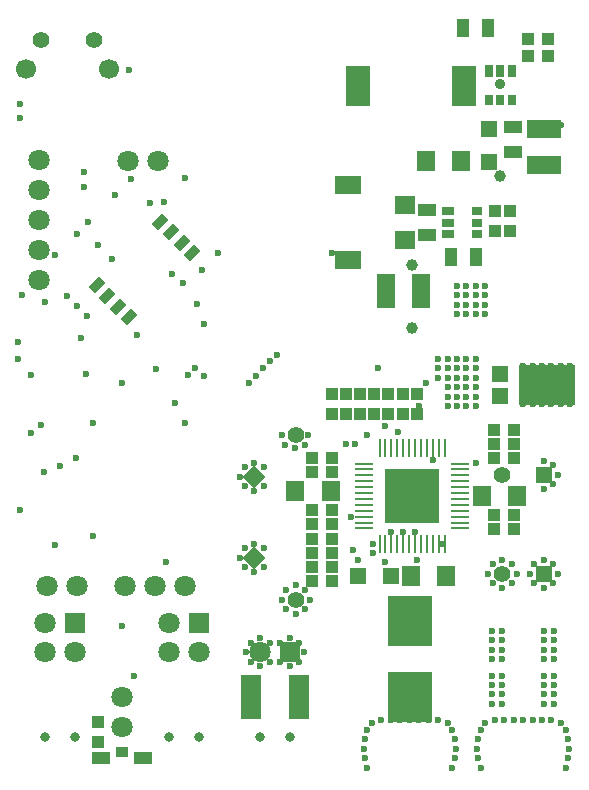
<source format=gbs>
%FSLAX44Y44*%
%MOMM*%
G71*
G01*
G75*
G04 Layer_Color=16711935*
%ADD10C,0.4000*%
%ADD11C,0.2540*%
%ADD12R,1.1500X0.7000*%
%ADD13R,0.7000X1.1500*%
%ADD14R,1.0000X1.1000*%
%ADD15R,5.3300X5.5900*%
%ADD16R,6.3500X5.2800*%
%ADD17R,1.1000X1.0000*%
G04:AMPARAMS|DCode=18|XSize=1mm|YSize=1.1mm|CornerRadius=0mm|HoleSize=0mm|Usage=FLASHONLY|Rotation=45.000|XOffset=0mm|YOffset=0mm|HoleType=Round|Shape=Rectangle|*
%AMROTATEDRECTD18*
4,1,4,0.0354,-0.7425,-0.7425,0.0354,-0.0354,0.7425,0.7425,-0.0354,0.0354,-0.7425,0.0*
%
%ADD18ROTATEDRECTD18*%

G04:AMPARAMS|DCode=19|XSize=1mm|YSize=1.1mm|CornerRadius=0mm|HoleSize=0mm|Usage=FLASHONLY|Rotation=135.000|XOffset=0mm|YOffset=0mm|HoleType=Round|Shape=Rectangle|*
%AMROTATEDRECTD19*
4,1,4,0.7425,0.0354,-0.0354,-0.7425,-0.7425,-0.0354,0.0354,0.7425,0.7425,0.0354,0.0*
%
%ADD19ROTATEDRECTD19*%

G04:AMPARAMS|DCode=20|XSize=0.5mm|YSize=1.2mm|CornerRadius=0mm|HoleSize=0mm|Usage=FLASHONLY|Rotation=135.000|XOffset=0mm|YOffset=0mm|HoleType=Round|Shape=Rectangle|*
%AMROTATEDRECTD20*
4,1,4,0.6010,0.2475,-0.2475,-0.6010,-0.6010,-0.2475,0.2475,0.6010,0.6010,0.2475,0.0*
%
%ADD20ROTATEDRECTD20*%

G04:AMPARAMS|DCode=21|XSize=0.5mm|YSize=1.2mm|CornerRadius=0mm|HoleSize=0mm|Usage=FLASHONLY|Rotation=225.000|XOffset=0mm|YOffset=0mm|HoleType=Round|Shape=Rectangle|*
%AMROTATEDRECTD21*
4,1,4,-0.2475,0.6010,0.6010,-0.2475,0.2475,-0.6010,-0.6010,0.2475,-0.2475,0.6010,0.0*
%
%ADD21ROTATEDRECTD21*%

%ADD22O,0.8000X3.0000*%
%ADD23R,0.7620X1.0100*%
%ADD24R,2.2870X1.0100*%
%ADD25R,1.8000X3.7000*%
%ADD26R,0.6000X1.8000*%
G04:AMPARAMS|DCode=27|XSize=0.6mm|YSize=1.8mm|CornerRadius=0.15mm|HoleSize=0mm|Usage=FLASHONLY|Rotation=0.000|XOffset=0mm|YOffset=0mm|HoleType=Round|Shape=RoundedRectangle|*
%AMROUNDEDRECTD27*
21,1,0.6000,1.5000,0,0,0.0*
21,1,0.3000,1.8000,0,0,0.0*
1,1,0.3000,0.1500,-0.7500*
1,1,0.3000,-0.1500,-0.7500*
1,1,0.3000,-0.1500,0.7500*
1,1,0.3000,0.1500,0.7500*
%
%ADD27ROUNDEDRECTD27*%
%ADD28R,1.1000X1.5000*%
%ADD29R,0.6000X0.9000*%
%ADD30C,0.6000*%
%ADD31C,0.4500*%
%ADD32C,1.0000*%
%ADD33C,0.5000*%
%ADD34C,0.1500*%
%ADD35C,0.8000*%
%ADD36C,1.8000*%
%ADD37R,1.8000X1.8000*%
%ADD38R,1.4000X1.4000*%
%ADD39C,1.4000*%
%ADD40C,1.7000*%
%ADD41R,1.8000X1.8000*%
%ADD42P,1.9799X4X360.0*%
%ADD43P,1.9799X4X90.0*%
%ADD44C,0.6000*%
%ADD45C,1.0000*%
%ADD46C,0.9000*%
%ADD47R,1.4000X1.3900*%
%ADD48R,4.8600X3.3600*%
%ADD49R,1.5000X1.0000*%
%ADD50R,1.0000X0.9000*%
%ADD51R,1.6000X1.8000*%
%ADD52O,1.5500X0.2500*%
%ADD53R,1.5500X0.2500*%
%ADD54R,0.2500X1.5500*%
%ADD55R,4.6000X4.6000*%
G04:AMPARAMS|DCode=56|XSize=0.76mm|YSize=1.27mm|CornerRadius=0mm|HoleSize=0mm|Usage=FLASHONLY|Rotation=315.000|XOffset=0mm|YOffset=0mm|HoleType=Round|Shape=Rectangle|*
%AMROTATEDRECTD56*
4,1,4,-0.7177,-0.1803,0.1803,0.7177,0.7177,0.1803,-0.1803,-0.7177,-0.7177,-0.1803,0.0*
%
%ADD56ROTATEDRECTD56*%

%ADD57R,2.2000X1.6000*%
%ADD58R,2.0000X3.5000*%
%ADD59R,0.9000X0.6900*%
%ADD60R,0.9900X0.6900*%
%ADD61R,0.6900X0.9000*%
%ADD62R,0.6900X0.9900*%
%ADD63R,1.4000X1.4000*%
%ADD64R,1.6000X2.9000*%
%ADD65R,1.5000X1.1000*%
%ADD66R,1.8000X1.6000*%
%ADD67R,2.9000X1.6000*%
%ADD68R,3.8100X4.2400*%
%ADD69C,0.1600*%
%ADD70C,0.1800*%
%ADD71C,0.3000*%
%ADD72C,0.2000*%
%ADD73C,0.2500*%
%ADD74C,0.1000*%
%ADD75C,0.1270*%
D14*
X280000Y322500D02*
D03*
Y305500D02*
D03*
X82485Y27500D02*
D03*
Y44500D02*
D03*
X292000Y305500D02*
D03*
Y322500D02*
D03*
X304000Y322500D02*
D03*
Y305500D02*
D03*
X316000D02*
D03*
Y322500D02*
D03*
X328000Y305500D02*
D03*
Y322500D02*
D03*
X340000D02*
D03*
Y305500D02*
D03*
X352000D02*
D03*
Y322500D02*
D03*
X417821Y460000D02*
D03*
Y477000D02*
D03*
X430820Y460000D02*
D03*
Y477000D02*
D03*
D17*
X434000Y292000D02*
D03*
X417000D02*
D03*
X434000Y280000D02*
D03*
X417000D02*
D03*
X434000Y268000D02*
D03*
X417000D02*
D03*
X417500Y220000D02*
D03*
X434500D02*
D03*
Y208000D02*
D03*
X417500D02*
D03*
X280500Y188000D02*
D03*
X263500D02*
D03*
X280500Y176000D02*
D03*
X263500D02*
D03*
X263500Y268000D02*
D03*
X280500D02*
D03*
X263500Y256000D02*
D03*
X280500D02*
D03*
X263500Y224000D02*
D03*
X280500D02*
D03*
Y212000D02*
D03*
X263500D02*
D03*
X280500Y200000D02*
D03*
X263500D02*
D03*
X280500Y164000D02*
D03*
X263500D02*
D03*
X446320Y622500D02*
D03*
X463320D02*
D03*
X463320Y608500D02*
D03*
X446320D02*
D03*
D25*
X252500Y66000D02*
D03*
X211500D02*
D03*
D28*
X402320Y438500D02*
D03*
X381320D02*
D03*
X412320Y632500D02*
D03*
X391320D02*
D03*
D35*
X142500Y32000D02*
D03*
X167500D02*
D03*
X37500D02*
D03*
X62500D02*
D03*
X244500D02*
D03*
X219500D02*
D03*
D36*
X142500Y103800D02*
D03*
X167500D02*
D03*
X142500Y128800D02*
D03*
X37500Y103800D02*
D03*
X62500D02*
D03*
X37500Y128800D02*
D03*
X132700Y520000D02*
D03*
X107300D02*
D03*
X64700Y160000D02*
D03*
X39300D02*
D03*
X155400Y160000D02*
D03*
X130000D02*
D03*
X104600D02*
D03*
X32000Y520800D02*
D03*
Y495400D02*
D03*
Y470000D02*
D03*
Y444600D02*
D03*
Y419200D02*
D03*
X219500Y103800D02*
D03*
X102485Y40600D02*
D03*
Y66000D02*
D03*
D37*
X167500Y128800D02*
D03*
X62500D02*
D03*
D38*
X302000Y168000D02*
D03*
X330000D02*
D03*
X459500Y254000D02*
D03*
Y170000D02*
D03*
D39*
X424500Y254000D02*
D03*
Y170000D02*
D03*
X34000Y622000D02*
D03*
X79000D02*
D03*
X249678Y148322D02*
D03*
Y287678D02*
D03*
D40*
X21450Y597100D02*
D03*
X91550D02*
D03*
D41*
X244500Y103800D02*
D03*
D42*
X214322Y183678D02*
D03*
D43*
Y252322D02*
D03*
D44*
X458000Y330000D02*
D03*
X386000Y344000D02*
D03*
Y336000D02*
D03*
Y328000D02*
D03*
Y320000D02*
D03*
Y312000D02*
D03*
X402000Y344000D02*
D03*
X394000D02*
D03*
X378000D02*
D03*
X370000D02*
D03*
X394000Y336000D02*
D03*
X402000D02*
D03*
Y328000D02*
D03*
X394000D02*
D03*
Y320000D02*
D03*
X402000D02*
D03*
Y312000D02*
D03*
X394000D02*
D03*
X370000Y336000D02*
D03*
X310000Y287420D02*
D03*
X328000Y256000D02*
D03*
X292000Y280000D02*
D03*
X299700D02*
D03*
X336000Y256000D02*
D03*
X328000Y248000D02*
D03*
X336000D02*
D03*
X325230Y295500D02*
D03*
X336000Y290000D02*
D03*
X72119Y338881D02*
D03*
X112985Y84000D02*
D03*
X102485Y126000D02*
D03*
X250000Y54000D02*
D03*
Y70000D02*
D03*
X258000Y78000D02*
D03*
Y70000D02*
D03*
Y62000D02*
D03*
X250000Y78000D02*
D03*
X258000Y54000D02*
D03*
X250000Y62000D02*
D03*
X206000Y54000D02*
D03*
Y70000D02*
D03*
X214000Y78000D02*
D03*
Y70000D02*
D03*
Y62000D02*
D03*
X206000Y78000D02*
D03*
X214000Y54000D02*
D03*
X206000Y62000D02*
D03*
X322000Y46000D02*
D03*
X330000D02*
D03*
X338000D02*
D03*
X346000D02*
D03*
X354000D02*
D03*
X362000D02*
D03*
X370000D02*
D03*
X314000Y44000D02*
D03*
X310000Y38000D02*
D03*
X308000Y30000D02*
D03*
X307000Y22000D02*
D03*
X308000Y14000D02*
D03*
X310000Y6000D02*
D03*
X382000D02*
D03*
X384000Y14000D02*
D03*
X385000Y22000D02*
D03*
X384000Y30000D02*
D03*
X382000Y38000D02*
D03*
X378000Y44000D02*
D03*
X474000D02*
D03*
X478000Y38000D02*
D03*
X480000Y30000D02*
D03*
X481000Y22000D02*
D03*
X480000Y14000D02*
D03*
X478000Y6000D02*
D03*
X406000D02*
D03*
X404000Y14000D02*
D03*
X403000Y22000D02*
D03*
X404000Y30000D02*
D03*
X406000Y38000D02*
D03*
X410000Y44000D02*
D03*
X466000Y46000D02*
D03*
X458000D02*
D03*
X450000D02*
D03*
X442000D02*
D03*
X434000D02*
D03*
X426000D02*
D03*
X418000D02*
D03*
X468000Y76000D02*
D03*
X460000Y84000D02*
D03*
X468000Y60000D02*
D03*
X460000Y76000D02*
D03*
Y68000D02*
D03*
Y60000D02*
D03*
X468000Y68000D02*
D03*
Y84000D02*
D03*
Y114000D02*
D03*
X460000Y122000D02*
D03*
X468000Y98000D02*
D03*
X460000Y114000D02*
D03*
Y106000D02*
D03*
Y98000D02*
D03*
X468000Y106000D02*
D03*
Y122000D02*
D03*
X424000Y114000D02*
D03*
X416000Y122000D02*
D03*
X424000Y98000D02*
D03*
X416000Y114000D02*
D03*
Y106000D02*
D03*
Y98000D02*
D03*
X424000Y106000D02*
D03*
Y122000D02*
D03*
Y76000D02*
D03*
X416000Y84000D02*
D03*
X424000Y60000D02*
D03*
X416000Y76000D02*
D03*
Y68000D02*
D03*
Y60000D02*
D03*
X424000Y68000D02*
D03*
Y84000D02*
D03*
X249678Y160322D02*
D03*
X237678Y148322D02*
D03*
X241678Y156322D02*
D03*
X241678Y140322D02*
D03*
X249678Y136322D02*
D03*
X257678Y140322D02*
D03*
X261678Y148322D02*
D03*
X257678Y156322D02*
D03*
X240506Y279192D02*
D03*
X237678Y287678D02*
D03*
X248991Y276364D02*
D03*
X257477Y279192D02*
D03*
X260305Y287678D02*
D03*
X214322Y264322D02*
D03*
X222322Y260322D02*
D03*
X206322Y260322D02*
D03*
X202322Y252322D02*
D03*
X206322Y244322D02*
D03*
X214322Y240322D02*
D03*
X222322Y244322D02*
D03*
X214322Y195678D02*
D03*
X222322Y191678D02*
D03*
X206322Y191678D02*
D03*
X202322Y183678D02*
D03*
X206322Y175678D02*
D03*
X214322Y171678D02*
D03*
X222322Y175678D02*
D03*
X252500Y95800D02*
D03*
X244500Y91800D02*
D03*
X236500Y95800D02*
D03*
X236500Y111800D02*
D03*
X256500Y103800D02*
D03*
X252500Y111800D02*
D03*
X244500Y115800D02*
D03*
X227500Y95800D02*
D03*
X219500Y91800D02*
D03*
X211500Y95800D02*
D03*
X207500Y103800D02*
D03*
X211500Y111800D02*
D03*
X227500Y111800D02*
D03*
X219500Y115800D02*
D03*
X373000Y195000D02*
D03*
X434000Y268000D02*
D03*
X354000Y144000D02*
D03*
X346000D02*
D03*
X338000D02*
D03*
X330000Y136000D02*
D03*
X346000D02*
D03*
X362000D02*
D03*
Y128000D02*
D03*
X354000D02*
D03*
X346000D02*
D03*
X338000D02*
D03*
X330000D02*
D03*
Y120000D02*
D03*
X346000D02*
D03*
X362000D02*
D03*
X354000Y112000D02*
D03*
X346000D02*
D03*
X338000D02*
D03*
X362000Y60000D02*
D03*
Y68000D02*
D03*
Y76000D02*
D03*
X354000Y84000D02*
D03*
Y68000D02*
D03*
Y52000D02*
D03*
X346000D02*
D03*
Y60000D02*
D03*
Y68000D02*
D03*
Y76000D02*
D03*
Y84000D02*
D03*
X338000D02*
D03*
Y68000D02*
D03*
Y52000D02*
D03*
X330000Y60000D02*
D03*
Y68000D02*
D03*
Y76000D02*
D03*
X424500Y182000D02*
D03*
X432500Y178000D02*
D03*
X436500Y170000D02*
D03*
X416500Y178000D02*
D03*
X412500Y170000D02*
D03*
X416500Y162000D02*
D03*
X424500Y158000D02*
D03*
X432500Y162000D02*
D03*
X459500Y182000D02*
D03*
X467500Y178000D02*
D03*
X451500Y178000D02*
D03*
X447500Y170000D02*
D03*
X451500Y162000D02*
D03*
X459500Y158000D02*
D03*
X467500Y162000D02*
D03*
X471500Y170000D02*
D03*
X459500Y266000D02*
D03*
X467500Y262000D02*
D03*
X471500Y254000D02*
D03*
X459500Y242000D02*
D03*
X467500Y246000D02*
D03*
X102500Y332000D02*
D03*
X280000Y441322D02*
D03*
X365500Y266600D02*
D03*
X360000Y256000D02*
D03*
X352000D02*
D03*
X340500Y205364D02*
D03*
X330500D02*
D03*
X352000Y216000D02*
D03*
X360000D02*
D03*
X344000D02*
D03*
X368000D02*
D03*
Y224000D02*
D03*
X350500Y205364D02*
D03*
X314750Y187500D02*
D03*
X325500Y180500D02*
D03*
X298000Y190000D02*
D03*
X302000Y182000D02*
D03*
X315000Y195000D02*
D03*
X344000Y256000D02*
D03*
X360000Y332000D02*
D03*
X378000Y320000D02*
D03*
Y312000D02*
D03*
X328000Y224000D02*
D03*
Y240000D02*
D03*
Y232000D02*
D03*
X352000Y224000D02*
D03*
X296500Y218500D02*
D03*
X352000Y182000D02*
D03*
X474000Y550000D02*
D03*
X466000D02*
D03*
X458000D02*
D03*
X263500Y224000D02*
D03*
X330000Y168000D02*
D03*
X110000Y503999D02*
D03*
X126000Y483999D02*
D03*
X70500Y498000D02*
D03*
Y510000D02*
D03*
X63050Y267900D02*
D03*
X156000Y298000D02*
D03*
X14000Y352000D02*
D03*
X25500Y338500D02*
D03*
X14000Y366000D02*
D03*
X16000Y568000D02*
D03*
X16000Y556000D02*
D03*
X108500Y596500D02*
D03*
X172000Y381255D02*
D03*
X96603Y490593D02*
D03*
X73976Y467966D02*
D03*
X156000Y505442D02*
D03*
X183322Y441322D02*
D03*
X158230Y338230D02*
D03*
X164000Y344000D02*
D03*
X370000Y352000D02*
D03*
X378000D02*
D03*
X386000D02*
D03*
X394000D02*
D03*
X402000D02*
D03*
X378000Y336000D02*
D03*
Y328000D02*
D03*
X233770Y355770D02*
D03*
X169789Y427307D02*
D03*
X154000Y416000D02*
D03*
X94000Y436627D02*
D03*
X81754Y448873D02*
D03*
X222000Y344000D02*
D03*
X216000Y338000D02*
D03*
X210000Y331770D02*
D03*
X318780Y344780D02*
D03*
X482000Y314000D02*
D03*
Y322000D02*
D03*
Y330000D02*
D03*
Y338000D02*
D03*
Y346000D02*
D03*
X474000D02*
D03*
Y338000D02*
D03*
Y330000D02*
D03*
Y322000D02*
D03*
Y314000D02*
D03*
X466000D02*
D03*
Y322000D02*
D03*
Y330000D02*
D03*
Y338000D02*
D03*
Y346000D02*
D03*
X458000D02*
D03*
Y338000D02*
D03*
Y322000D02*
D03*
Y314000D02*
D03*
X450000D02*
D03*
Y322000D02*
D03*
Y330000D02*
D03*
Y338000D02*
D03*
Y346000D02*
D03*
X442000D02*
D03*
Y338000D02*
D03*
Y330000D02*
D03*
Y322000D02*
D03*
Y314000D02*
D03*
X336000Y232000D02*
D03*
Y224000D02*
D03*
Y240000D02*
D03*
X344000Y232000D02*
D03*
Y224000D02*
D03*
Y240000D02*
D03*
Y248000D02*
D03*
X78000Y202000D02*
D03*
X16000Y224000D02*
D03*
X45500Y194500D02*
D03*
X56014Y405574D02*
D03*
X64499Y397089D02*
D03*
X72984Y388603D02*
D03*
X131500Y343500D02*
D03*
X115494Y372000D02*
D03*
X34000Y296000D02*
D03*
X24950Y289050D02*
D03*
X67545Y370000D02*
D03*
X64011Y457989D02*
D03*
X37546Y400000D02*
D03*
X18000Y406000D02*
D03*
X46000Y440000D02*
D03*
X36000Y256000D02*
D03*
X49770Y261770D02*
D03*
X166000Y398569D02*
D03*
X172000Y338000D02*
D03*
X78000Y298000D02*
D03*
X147500Y314500D02*
D03*
X352000Y248000D02*
D03*
Y240000D02*
D03*
Y232000D02*
D03*
X360000Y224000D02*
D03*
Y232000D02*
D03*
Y240000D02*
D03*
Y248000D02*
D03*
X368000D02*
D03*
Y240000D02*
D03*
Y232000D02*
D03*
X228000Y350000D02*
D03*
X368000Y256000D02*
D03*
X138000Y484614D02*
D03*
X144493Y424000D02*
D03*
X386000Y390000D02*
D03*
Y398000D02*
D03*
Y406000D02*
D03*
Y414000D02*
D03*
X394000D02*
D03*
Y406000D02*
D03*
Y398000D02*
D03*
Y390000D02*
D03*
X402000D02*
D03*
Y398000D02*
D03*
Y406000D02*
D03*
Y414000D02*
D03*
X410000D02*
D03*
Y406000D02*
D03*
Y390000D02*
D03*
Y398000D02*
D03*
X330000Y144000D02*
D03*
X338000Y136000D02*
D03*
Y120000D02*
D03*
X330000Y112000D02*
D03*
X362000D02*
D03*
X354000Y120000D02*
D03*
Y136000D02*
D03*
X362000Y144000D02*
D03*
X338000Y60000D02*
D03*
X330000Y52000D02*
D03*
Y84000D02*
D03*
X338000Y76000D02*
D03*
X354000D02*
D03*
X362000Y84000D02*
D03*
X354000Y60000D02*
D03*
X362000Y52000D02*
D03*
X402000Y264000D02*
D03*
X140000Y180000D02*
D03*
X353999Y311999D02*
D03*
D45*
X422820Y506499D02*
D03*
X348142Y431822D02*
D03*
X348000Y378000D02*
D03*
D46*
X422820Y584500D02*
D03*
D47*
X422150Y339200D02*
D03*
Y320800D02*
D03*
D48*
X462000Y330000D02*
D03*
D49*
X84985Y14000D02*
D03*
X119985D02*
D03*
D50*
X102485Y19500D02*
D03*
D51*
X377000Y168000D02*
D03*
X347000D02*
D03*
X437000Y236000D02*
D03*
X407000D02*
D03*
X249000Y240000D02*
D03*
X279000D02*
D03*
X389820Y519500D02*
D03*
X359820D02*
D03*
D52*
X389000Y263500D02*
D03*
D53*
Y258500D02*
D03*
Y253500D02*
D03*
Y248500D02*
D03*
Y243500D02*
D03*
Y238500D02*
D03*
Y233500D02*
D03*
Y228500D02*
D03*
Y223500D02*
D03*
Y218500D02*
D03*
Y213500D02*
D03*
Y208500D02*
D03*
X307000D02*
D03*
Y213500D02*
D03*
Y218500D02*
D03*
Y223500D02*
D03*
Y228500D02*
D03*
Y233500D02*
D03*
Y238500D02*
D03*
Y243500D02*
D03*
Y248500D02*
D03*
Y253500D02*
D03*
Y258500D02*
D03*
Y263500D02*
D03*
D54*
X375500Y195000D02*
D03*
X370500D02*
D03*
X365500D02*
D03*
X360500D02*
D03*
X355500D02*
D03*
X350500D02*
D03*
X345500D02*
D03*
X340500D02*
D03*
X335500D02*
D03*
X330500D02*
D03*
X325500D02*
D03*
X320500D02*
D03*
Y277000D02*
D03*
X325500D02*
D03*
X330500D02*
D03*
X335500D02*
D03*
X340500D02*
D03*
X345500D02*
D03*
X350500D02*
D03*
X355500D02*
D03*
X360500D02*
D03*
X365500D02*
D03*
X370500D02*
D03*
X375500D02*
D03*
D55*
X348000Y236000D02*
D03*
D56*
X134874Y468262D02*
D03*
X143855Y459282D02*
D03*
X152835Y450302D02*
D03*
X161815Y441322D02*
D03*
X98953Y396420D02*
D03*
X107933Y387440D02*
D03*
X89973Y405400D02*
D03*
X80993Y414381D02*
D03*
D57*
X293813Y435505D02*
D03*
Y499505D02*
D03*
D58*
X391820Y583500D02*
D03*
X301820D02*
D03*
D59*
X403320Y477500D02*
D03*
Y457500D02*
D03*
Y467500D02*
D03*
D60*
X378320Y477500D02*
D03*
Y467500D02*
D03*
Y457500D02*
D03*
D61*
X432820Y571000D02*
D03*
X422820D02*
D03*
X412820D02*
D03*
D62*
X432820Y596001D02*
D03*
X422820D02*
D03*
X412820D02*
D03*
D63*
Y518501D02*
D03*
Y546500D02*
D03*
D64*
X355820Y409501D02*
D03*
X325820D02*
D03*
D65*
X360820Y457000D02*
D03*
Y478000D02*
D03*
X433820Y527000D02*
D03*
Y548000D02*
D03*
D66*
X341820Y452500D02*
D03*
Y482500D02*
D03*
D67*
X459820Y516500D02*
D03*
Y546500D02*
D03*
D68*
X346000Y129850D02*
D03*
Y66150D02*
D03*
M02*

</source>
